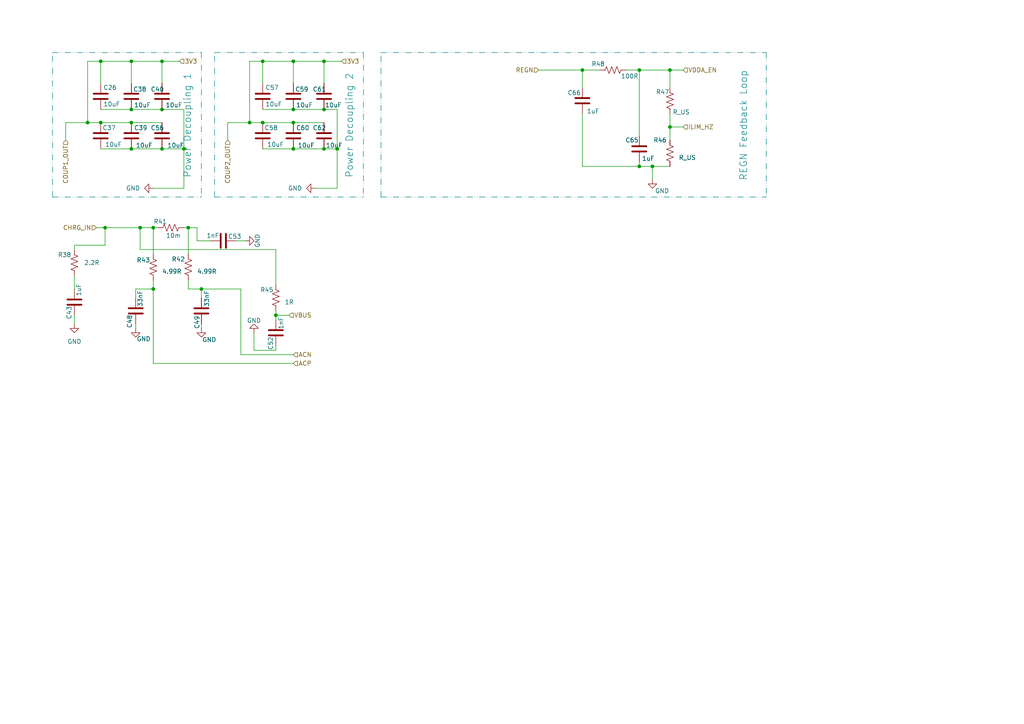
<source format=kicad_sch>
(kicad_sch (version 20250114) (generator "eeschema") (generator_version "9.0")
  (paper "A4")
  (title_block (company "Robert Fudge"))
  (lib_symbols
    (symbol "Device:C" (pin_numbers (hide yes)) (pin_names (offset 0.254))
      (property "Reference" "C" (at 0.635 2.54 0))
      (property "Value" "C" (at 0.635 -2.54 0))
      (symbol "C_0_1"
        (polyline (pts (xy -2.032 0.762) (xy 2.032 0.762)) (stroke (width 0.508)))
        (polyline (pts (xy -2.032 -0.762) (xy 2.032 -0.762)) (stroke (width 0.508)))
      )
      (symbol "C_1_1"
        (pin passive line (at 0 3.81 270) (length 2.794) (name "~") (number "1"))
        (pin passive line (at 0 -3.81 90) (length 2.794) (name "~") (number "2"))
      )
    )
    (symbol "Device:R_US" (pin_numbers (hide yes)) (pin_names (offset 0))
      (property "Reference" "R" (at 2.54 0 90))
      (property "Value" "R_US" (at -2.54 0 90))
      (symbol "R_US_0_1"
        (polyline (pts (xy 0 2.286) (xy 0 2.54)))
        (polyline (pts (xy 0 2.286) (xy 1.016 1.905) (xy 0 1.524) (xy -1.016 1.143) (xy 0 0.762)))
        (polyline (pts (xy 0 0.762) (xy 1.016 0.381) (xy 0 0) (xy -1.016 -0.381) (xy 0 -0.762)))
        (polyline (pts (xy 0 -0.762) (xy 1.016 -1.143) (xy 0 -1.524) (xy -1.016 -1.905) (xy 0 -2.286)))
        (polyline (pts (xy 0 -2.286) (xy 0 -2.54)))
      )
      (symbol "R_US_1_1"
        (pin passive line (at 0 3.81 270) (length 1.27) (name "~") (number "1"))
        (pin passive line (at 0 -3.81 90) (length 1.27) (name "~") (number "2"))
      )
    )
    (symbol "power:GND" (power) (pin_numbers (hide yes)) (pin_names (offset 0) (hide yes))
      (property "Value" "GND" (at 0 -3.81 0))
      (symbol "GND_0_1"
        (polyline (pts (xy 0 0) (xy 0 -1.27) (xy 1.27 -1.27) (xy 0 -2.54) (xy -1.27 -1.27) (xy 0 -1.27)))
      )
      (symbol "GND_1_1"
        (pin power_in line (at 0 0 270) (length 0) (name "~") (number "1"))
      )
    )
  )
  (text "Power Decoupling 1" (at 54.356 36.576 90) (effects (font (size 2 2))))
  (text "REGN Feedback Loop" (at 215.646 36.576 90) (effects (font (size 2 2))))
  (text "Power Decoupling 2\n" (at 101.346 36.576 90) (effects (font (size 2 2))))
  (junction (at 38.1 31.75))
  (junction (at 46.99 31.75))
  (junction (at 168.91 20.32))
  (junction (at 53.34 43.18))
  (junction (at 72.39 35.56))
  (junction (at 38.1 35.56))
  (junction (at 40.64 66.04))
  (junction (at 85.09 43.18))
  (junction (at 58.42 83.82))
  (junction (at 46.99 17.78))
  (junction (at 97.79 43.18))
  (junction (at 29.21 35.56))
  (junction (at 85.09 35.56))
  (junction (at 189.23 48.26))
  (junction (at 29.21 17.78))
  (junction (at 93.98 31.75))
  (junction (at 44.45 66.04))
  (junction (at 38.1 17.78))
  (junction (at 38.1 43.18))
  (junction (at 25.4 35.56))
  (junction (at 80.01 91.44))
  (junction (at 185.42 48.26))
  (junction (at 93.98 17.78))
  (junction (at 194.31 36.83))
  (junction (at 185.42 20.32))
  (junction (at 30.48 66.04))
  (junction (at 194.31 20.32))
  (junction (at 85.09 31.75))
  (junction (at 76.2 17.78))
  (junction (at 54.61 66.04))
  (junction (at 85.09 17.78))
  (junction (at 76.2 35.56))
  (junction (at 46.99 43.18))
  (junction (at 93.98 43.18))
  (junction (at 44.45 83.82))
  (polyline (pts (xy 110.49 57.15) (xy 222.25 57.15)) (stroke (width 0) (type dash_dot_dot) (color 0 127 127 1)))
  (wire (pts (xy 38.1 35.56) (xy 46.99 35.56)))
  (wire (pts (xy 21.59 71.12) (xy 21.59 72.39)))
  (wire (pts (xy 189.23 48.26) (xy 194.31 48.26)))
  (wire (pts (xy 80.01 91.44) (xy 80.01 92.71)))
  (wire (pts (xy 80.01 72.39) (xy 40.64 72.39)))
  (wire (pts (xy 76.2 35.56) (xy 85.09 35.56)))
  (wire (pts (xy 85.09 43.18) (xy 93.98 43.18)))
  (wire (pts (xy 44.45 83.82) (xy 44.45 105.41)))
  (wire (pts (xy 93.98 43.18) (xy 97.79 43.18)))
  (wire (pts (xy 29.21 43.18) (xy 38.1 43.18)))
  (wire (pts (xy 80.01 82.55) (xy 80.01 72.39)))
  (wire (pts (xy 194.31 36.83) (xy 194.31 40.64)))
  (wire (pts (xy 46.99 43.18) (xy 53.34 43.18)))
  (wire (pts (xy 38.1 17.78) (xy 29.21 17.78)))
  (wire (pts (xy 19.05 35.56) (xy 25.4 35.56)))
  (wire (pts (xy 21.59 71.12) (xy 30.48 71.12)))
  (wire (pts (xy 189.23 48.26) (xy 189.23 52.07)))
  (wire (pts (xy 27.94 66.04) (xy 30.48 66.04)))
  (wire (pts (xy 52.07 17.78) (xy 46.99 17.78)))
  (wire (pts (xy 44.45 73.66) (xy 44.45 66.04)))
  (wire (pts (xy 85.09 17.78) (xy 85.09 24.13)))
  (wire (pts (xy 93.98 17.78) (xy 93.98 24.13)))
  (wire (pts (xy 44.45 105.41) (xy 85.09 105.41)))
  (wire (pts (xy 40.64 72.39) (xy 40.64 66.04)))
  (wire (pts (xy 73.66 101.6) (xy 73.66 96.52)))
  (wire (pts (xy 54.61 73.66) (xy 54.61 66.04)))
  (wire (pts (xy 46.99 17.78) (xy 38.1 17.78)))
  (wire (pts (xy 168.91 20.32) (xy 173.99 20.32)))
  (wire (pts (xy 19.05 40.64) (xy 19.05 35.56)))
  (wire (pts (xy 39.37 93.98) (xy 39.37 95.25)))
  (wire (pts (xy 185.42 20.32) (xy 194.31 20.32)))
  (wire (pts (xy 168.91 48.26) (xy 185.42 48.26)))
  (wire (pts (xy 185.42 39.37) (xy 185.42 20.32)))
  (wire (pts (xy 29.21 35.56) (xy 38.1 35.56)))
  (wire (pts (xy 93.98 31.75) (xy 97.79 31.75)))
  (wire (pts (xy 54.61 81.28) (xy 54.61 83.82)))
  (wire (pts (xy 85.09 35.56) (xy 93.98 35.56)))
  (polyline (pts (xy 58.42 15.24) (xy 58.42 57.15)) (stroke (width 0) (type dash_dot_dot) (color 0 127 127 1)))
  (wire (pts (xy 29.21 17.78) (xy 29.21 24.13)))
  (wire (pts (xy 156.21 20.32) (xy 168.91 20.32)))
  (wire (pts (xy 93.98 17.78) (xy 85.09 17.78)))
  (polyline (pts (xy 110.49 15.24) (xy 222.25 15.24)) (stroke (width 0) (type dash_dot_dot) (color 0 127 127 1)))
  (polyline (pts (xy 15.24 57.15) (xy 15.24 15.24)) (stroke (width 0) (type dash_dot_dot) (color 0 127 127 1)))
  (wire (pts (xy 46.99 17.78) (xy 46.99 24.13)))
  (wire (pts (xy 57.15 66.04) (xy 54.61 66.04)))
  (wire (pts (xy 29.21 17.78) (xy 25.4 17.78)))
  (wire (pts (xy 198.12 20.32) (xy 194.31 20.32)))
  (polyline (pts (xy 62.23 57.15) (xy 105.41 57.15)) (stroke (width 0) (type dash_dot_dot) (color 0 127 127 1)))
  (wire (pts (xy 76.2 43.18) (xy 85.09 43.18)))
  (wire (pts (xy 60.96 69.85) (xy 57.15 69.85)))
  (wire (pts (xy 185.42 48.26) (xy 189.23 48.26)))
  (wire (pts (xy 44.45 83.82) (xy 39.37 83.82)))
  (wire (pts (xy 83.82 91.44) (xy 80.01 91.44)))
  (wire (pts (xy 57.15 69.85) (xy 57.15 66.04)))
  (wire (pts (xy 54.61 66.04) (xy 53.34 66.04)))
  (wire (pts (xy 30.48 66.04) (xy 30.48 71.12)))
  (wire (pts (xy 72.39 17.78) (xy 72.39 35.56)))
  (wire (pts (xy 46.99 31.75) (xy 53.34 31.75)))
  (wire (pts (xy 80.01 90.17) (xy 80.01 91.44)))
  (wire (pts (xy 58.42 83.82) (xy 69.85 83.82)))
  (wire (pts (xy 68.58 69.85) (xy 71.12 69.85)))
  (polyline (pts (xy 15.24 57.15) (xy 58.42 57.15)) (stroke (width 0) (type dash_dot_dot) (color 0 127 127 1)))
  (wire (pts (xy 76.2 31.75) (xy 85.09 31.75)))
  (wire (pts (xy 58.42 93.98) (xy 58.42 95.25)))
  (wire (pts (xy 91.44 54.61) (xy 97.79 54.61)))
  (wire (pts (xy 76.2 17.78) (xy 76.2 24.13)))
  (wire (pts (xy 38.1 31.75) (xy 46.99 31.75)))
  (wire (pts (xy 53.34 31.75) (xy 53.34 43.18)))
  (wire (pts (xy 181.61 20.32) (xy 185.42 20.32)))
  (wire (pts (xy 80.01 100.33) (xy 80.01 101.6)))
  (wire (pts (xy 85.09 31.75) (xy 93.98 31.75)))
  (wire (pts (xy 194.31 36.83) (xy 198.12 36.83)))
  (wire (pts (xy 29.21 31.75) (xy 38.1 31.75)))
  (wire (pts (xy 168.91 25.4) (xy 168.91 20.32)))
  (wire (pts (xy 44.45 54.61) (xy 53.34 54.61)))
  (wire (pts (xy 66.04 40.64) (xy 66.04 35.56)))
  (wire (pts (xy 44.45 66.04) (xy 45.72 66.04)))
  (wire (pts (xy 69.85 83.82) (xy 69.85 102.87)))
  (wire (pts (xy 185.42 48.26) (xy 185.42 46.99)))
  (wire (pts (xy 66.04 35.56) (xy 72.39 35.56)))
  (wire (pts (xy 168.91 33.02) (xy 168.91 48.26)))
  (polyline (pts (xy 15.24 15.24) (xy 58.42 15.24)) (stroke (width 0) (type dash_dot_dot) (color 0 127 127 1)))
  (polyline (pts (xy 110.49 57.15) (xy 110.49 15.24)) (stroke (width 0) (type dash_dot_dot) (color 0 127 127 1)))
  (wire (pts (xy 25.4 17.78) (xy 25.4 35.56)))
  (polyline (pts (xy 105.41 15.24) (xy 105.41 57.15)) (stroke (width 0) (type dash_dot_dot) (color 0 127 127 1)))
  (wire (pts (xy 21.59 91.44) (xy 21.59 93.98)))
  (wire (pts (xy 85.09 17.78) (xy 76.2 17.78)))
  (wire (pts (xy 40.64 66.04) (xy 30.48 66.04)))
  (wire (pts (xy 97.79 43.18) (xy 97.79 54.61)))
  (wire (pts (xy 54.61 83.82) (xy 58.42 83.82)))
  (wire (pts (xy 25.4 35.56) (xy 29.21 35.56)))
  (wire (pts (xy 76.2 17.78) (xy 72.39 17.78)))
  (wire (pts (xy 97.79 31.75) (xy 97.79 43.18)))
  (wire (pts (xy 44.45 81.28) (xy 44.45 83.82)))
  (wire (pts (xy 72.39 35.56) (xy 76.2 35.56)))
  (wire (pts (xy 99.06 17.78) (xy 93.98 17.78)))
  (wire (pts (xy 69.85 102.87) (xy 85.09 102.87)))
  (wire (pts (xy 80.01 101.6) (xy 73.66 101.6)))
  (wire (pts (xy 58.42 83.82) (xy 58.42 86.36)))
  (wire (pts (xy 194.31 20.32) (xy 194.31 25.4)))
  (wire (pts (xy 38.1 43.18) (xy 46.99 43.18)))
  (wire (pts (xy 194.31 33.02) (xy 194.31 36.83)))
  (wire (pts (xy 21.59 80.01) (xy 21.59 83.82)))
  (polyline (pts (xy 62.23 15.24) (xy 105.41 15.24)) (stroke (width 0) (type dash_dot_dot) (color 0 127 127 1)))
  (wire (pts (xy 53.34 43.18) (xy 53.34 54.61)))
  (polyline (pts (xy 222.25 15.24) (xy 222.25 57.15)) (stroke (width 0) (type dash_dot_dot) (color 0 127 127 1)))
  (polyline (pts (xy 62.23 57.15) (xy 62.23 15.24)) (stroke (width 0) (type dash_dot_dot) (color 0 127 127 1)))
  (wire (pts (xy 38.1 17.78) (xy 38.1 24.13)))
  (wire (pts (xy 39.37 83.82) (xy 39.37 86.36)))
  (wire (pts (xy 40.64 66.04) (xy 44.45 66.04)))
  (hierarchical_label "CHRG_IN" (shape input) (at 27.94 66.04 180))
  (hierarchical_label "ACP" (shape input) (at 85.09 105.41 0))
  (hierarchical_label "3V3" (shape input) (at 52.07 17.78 0))
  (hierarchical_label "ILIM_HZ" (shape input) (at 198.12 36.83 0))
  (hierarchical_label "3V3" (shape input) (at 99.06 17.78 0))
  (hierarchical_label "VBUS" (shape input) (at 83.82 91.44 0))
  (hierarchical_label "COUP2_OUT" (shape input) (at 66.04 40.64 270))
  (hierarchical_label "COUP1_OUT" (shape input) (at 19.05 40.64 270))
  (hierarchical_label "VDDA_EN" (shape input) (at 198.12 20.32 0))
  (hierarchical_label "REGN" (shape input) (at 156.21 20.32 180))
  (hierarchical_label "ACN" (shape input) (at 85.09 102.87 0))
  (symbol (lib_id "power:GND") (at 71.12 69.85 90) (unit 1)
    (property "Reference" "#PWR031" (effects (hide yes)))
    (property "Value" "GND" (at 74.676 69.85 0))
    (property "Description" "Power symbol creates a global label with name \"GND\" , ground" (effects (hide yes)))
  )
  (symbol (lib_id "Device:C") (at 80.01 96.52 0) (unit 1)
    (property "Reference" "C52" (at 78.486 99.568 90))
    (property "Value" "1nF" (at 81.534 93.726 90))
    (property "Description" "Unpolarized capacitor" (effects (hide yes)))
  )
  (symbol (lib_id "power:GND") (at 73.66 96.52 180) (unit 1)
    (property "Reference" "#PWR030" (effects (hide yes)))
    (property "Value" "GND" (at 73.66 92.964 0))
    (property "Description" "Power symbol creates a global label with name \"GND\" , ground" (effects (hide yes)))
  )
  (symbol (lib_id "Device:C") (at 29.21 39.37 0) (unit 1)
    (property "Reference" "C37" (at 29.718 37.084 0) (effects (justify left)))
    (property "Value" "10uF" (at 30.48 41.91 0) (effects (justify left)))
    (property "Description" "Unpolarized capacitor" (effects (hide yes)))
  )
  (symbol (lib_id "Device:R_US") (at 44.45 77.47 0) (unit 1)
    (property "Reference" "R43" (at 39.624 75.438 0) (effects (justify left)))
    (property "Value" "4.99R" (at 46.99 78.7399 0) (effects (justify left)))
    (property "Description" "Resistor, US symbol" (effects (hide yes)))
  )
  (symbol (lib_id "Device:C") (at 38.1 27.94 0) (unit 1)
    (property "Reference" "C38" (at 38.608 25.908 0) (effects (justify left)))
    (property "Value" "10uF" (at 38.862 30.48 0) (effects (justify left)))
    (property "Description" "Unpolarized capacitor" (effects (hide yes)))
  )
  (symbol (lib_id "power:GND") (at 39.37 95.25 0) (unit 1)
    (property "Reference" "#PWR028" (effects (hide yes)))
    (property "Value" "GND" (at 41.656 98.298 0))
    (property "Description" "Power symbol creates a global label with name \"GND\" , ground" (effects (hide yes)))
  )
  (symbol (lib_id "Device:C") (at 21.59 87.63 180) (unit 1)
    (property "Reference" "C43" (at 20.066 90.678 90))
    (property "Value" "1uF" (at 22.86 84.074 90))
    (property "Description" "Unpolarized capacitor" (effects (hide yes)))
  )
  (symbol (lib_id "Device:R_US") (at 80.01 86.36 0) (unit 1)
    (property "Reference" "R45" (at 75.438 84.074 0) (effects (justify left)))
    (property "Value" "1R" (at 82.55 87.6299 0) (effects (justify left)))
    (property "Footprint" "Resistor_SMD:R_0805_2012Metric_Pad1.20x1.40mm_HandSolder" (effects (hide yes)))
    (property "Description" "Resistor, US symbol" (effects (hide yes)))
  )
  (symbol (lib_id "Device:C") (at 46.99 39.37 0) (unit 1)
    (property "Reference" "C56" (at 43.688 37.084 0) (effects (justify left)))
    (property "Value" "10uF" (at 48.514 42.164 0) (effects (justify left)))
    (property "Description" "Unpolarized capacitor" (effects (hide yes)))
  )
  (symbol (lib_id "Device:C") (at 93.98 27.94 0) (unit 1)
    (property "Reference" "C61" (at 90.678 25.908 0) (effects (justify left)))
    (property "Value" "10uF" (at 94.234 30.48 0) (effects (justify left)))
    (property "Description" "Unpolarized capacitor" (effects (hide yes)))
  )
  (symbol (lib_id "power:GND") (at 21.59 93.98 0) (unit 1)
    (property "Reference" "#PWR023" (effects (hide yes)))
    (property "Value" "GND" (at 21.59 99.06 0))
    (property "Description" "Power symbol creates a global label with name \"GND\" , ground" (effects (hide yes)))
  )
  (symbol (lib_id "power:GND") (at 91.44 54.61 270) (unit 1)
    (property "Reference" "#PWR034" (effects (hide yes)))
    (property "Value" "GND" (at 87.63 54.6099 90) (effects (justify right)))
    (property "Description" "Power symbol creates a global label with name \"GND\" , ground" (effects (hide yes)))
  )
  (symbol (lib_id "Device:C") (at 38.1 39.37 0) (unit 1)
    (property "Reference" "C39" (at 38.862 37.084 0) (effects (justify left)))
    (property "Value" "10uF" (at 39.37 42.164 0) (effects (justify left)))
    (property "Description" "Unpolarized capacitor" (effects (hide yes)))
  )
  (symbol (lib_id "Device:C") (at 58.42 90.17 180) (unit 1)
    (property "Reference" "C49" (at 57.15 93.472 90))
    (property "Value" "33nF" (at 59.944 86.614 90))
    (property "Description" "Unpolarized capacitor" (effects (hide yes)))
  )
  (symbol (lib_id "Device:C") (at 76.2 27.94 0) (unit 1)
    (property "Reference" "C57" (at 76.962 25.4 0) (effects (justify left)))
    (property "Value" "10uF" (at 76.962 30.226 0) (effects (justify left)))
    (property "Description" "Unpolarized capacitor" (effects (hide yes)))
  )
  (symbol (lib_id "Device:R_US") (at 54.61 77.47 0) (unit 1)
    (property "Reference" "R42" (at 49.784 75.184 0) (effects (justify left)))
    (property "Value" "4.99R" (at 57.15 78.7399 0) (effects (justify left)))
    (property "Description" "Resistor, US symbol" (effects (hide yes)))
  )
  (symbol (lib_id "Device:C") (at 46.99 27.94 0) (unit 1)
    (property "Reference" "C40" (at 43.688 25.908 0) (effects (justify left)))
    (property "Value" "10uF" (at 48.006 30.48 0) (effects (justify left)))
    (property "Description" "Unpolarized capacitor" (effects (hide yes)))
  )
  (symbol (lib_id "power:GND") (at 58.42 95.25 0) (unit 1)
    (property "Reference" "#PWR029" (effects (hide yes)))
    (property "Value" "GND" (at 60.706 98.552 0))
    (property "Description" "Power symbol creates a global label with name \"GND\" , ground" (effects (hide yes)))
  )
  (symbol (lib_id "Device:R_US") (at 194.31 44.45 0) (unit 1)
    (property "Reference" "R46" (at 189.484 40.64 0) (effects (justify left)))
    (property "Value" "R_US" (at 196.85 45.7199 0) (effects (justify left)))
    (property "Description" "Resistor, US symbol" (effects (hide yes)))
  )
  (symbol (lib_id "power:GND") (at 44.45 54.61 270) (unit 1)
    (property "Reference" "#PWR033" (effects (hide yes)))
    (property "Value" "GND" (at 40.64 54.6099 90) (effects (justify right)))
    (property "Description" "Power symbol creates a global label with name \"GND\" , ground" (effects (hide yes)))
  )
  (symbol (lib_id "Device:C") (at 76.2 39.37 0) (unit 1)
    (property "Reference" "C58" (at 76.708 37.084 0) (effects (justify left)))
    (property "Value" "10uF" (at 77.47 41.91 0) (effects (justify left)))
    (property "Description" "Unpolarized capacitor" (effects (hide yes)))
  )
  (symbol (lib_id "Device:C") (at 29.21 27.94 0) (unit 1)
    (property "Reference" "C26" (at 29.972 25.4 0) (effects (justify left)))
    (property "Value" "10uF" (at 29.972 30.226 0) (effects (justify left)))
    (property "Description" "Unpolarized capacitor" (effects (hide yes)))
  )
  (symbol (lib_id "Device:C") (at 64.77 69.85 270) (unit 1)
    (property "Reference" "C53" (at 68.072 68.58 90))
    (property "Value" "1nF" (at 61.722 68.326 90))
    (property "Description" "Unpolarized capacitor" (effects (hide yes)))
  )
  (symbol (lib_id "Device:R_US") (at 21.59 76.2 0) (unit 1)
    (property "Reference" "R38" (at 16.764 73.914 0) (effects (justify left)))
    (property "Value" "2.2R" (at 24.384 76.2 0) (effects (justify left)))
    (property "Description" "Resistor, US symbol" (effects (hide yes)))
  )
  (symbol (lib_id "Device:R_US") (at 177.8 20.32 90) (unit 1)
    (property "Reference" "R48" (at 173.482 18.542 90))
    (property "Value" "100R" (at 182.626 22.098 90))
    (property "Footprint" "Resistor_SMD:R_0805_2012Metric_Pad1.20x1.40mm_HandSolder" (effects (hide yes)))
    (property "Description" "Resistor, US symbol" (effects (hide yes)))
  )
  (symbol (lib_id "Device:C") (at 93.98 39.37 0) (unit 1)
    (property "Reference" "C62" (at 90.678 37.084 0) (effects (justify left)))
    (property "Value" "10uF" (at 94.488 42.164 0) (effects (justify left)))
    (property "Description" "Unpolarized capacitor" (effects (hide yes)))
  )
  (symbol (lib_id "power:GND") (at 189.23 52.07 0) (unit 1)
    (property "Reference" "#PWR035" (effects (hide yes)))
    (property "Value" "GND" (at 192.024 55.372 0))
    (property "Description" "Power symbol creates a global label with name \"GND\" , ground" (effects (hide yes)))
  )
  (symbol (lib_id "Device:R_US") (at 49.53 66.04 90) (unit 1)
    (property "Reference" "R41" (at 46.482 64.262 90))
    (property "Value" "10m" (at 50.292 68.326 90))
    (property "Description" "Resistor, US symbol" (effects (hide yes)))
  )
  (symbol (lib_id "Device:C") (at 168.91 29.21 0) (unit 1)
    (property "Reference" "C66" (at 164.592 26.924 0) (effects (justify left)))
    (property "Value" "1uF" (at 170.18 32.258 0) (effects (justify left)))
    (property "Description" "Unpolarized capacitor" (effects (hide yes)))
  )
  (symbol (lib_id "Device:C") (at 85.09 39.37 0) (unit 1)
    (property "Reference" "C60" (at 85.852 37.084 0) (effects (justify left)))
    (property "Value" "10uF" (at 86.36 42.164 0) (effects (justify left)))
    (property "Description" "Unpolarized capacitor" (effects (hide yes)))
  )
  (symbol (lib_id "Device:C") (at 185.42 43.18 0) (unit 1)
    (property "Reference" "C65" (at 181.356 40.64 0) (effects (justify left)))
    (property "Value" "1uF" (at 186.182 45.974 0) (effects (justify left)))
    (property "Description" "Unpolarized capacitor" (effects (hide yes)))
  )
  (symbol (lib_id "Device:C") (at 39.37 90.17 180) (unit 1)
    (property "Reference" "C48" (at 37.592 93.218 90))
    (property "Value" "33nF" (at 40.64 86.614 90))
    (property "Description" "Unpolarized capacitor" (effects (hide yes)))
  )
  (symbol (lib_id "Device:R_US") (at 194.31 29.21 0) (unit 1)
    (property "Reference" "R47" (at 190.246 26.67 0) (effects (justify left)))
    (property "Value" "R_US" (at 195.072 32.512 0) (effects (justify left)))
    (property "Description" "Resistor, US symbol" (effects (hide yes)))
  )
  (symbol (lib_id "Device:C") (at 85.09 27.94 0) (unit 1)
    (property "Reference" "C59" (at 85.598 25.908 0) (effects (justify left)))
    (property "Value" "10uF" (at 85.852 30.48 0) (effects (justify left)))
    (property "Description" "Unpolarized capacitor" (effects (hide yes)))
  )
)
</source>
